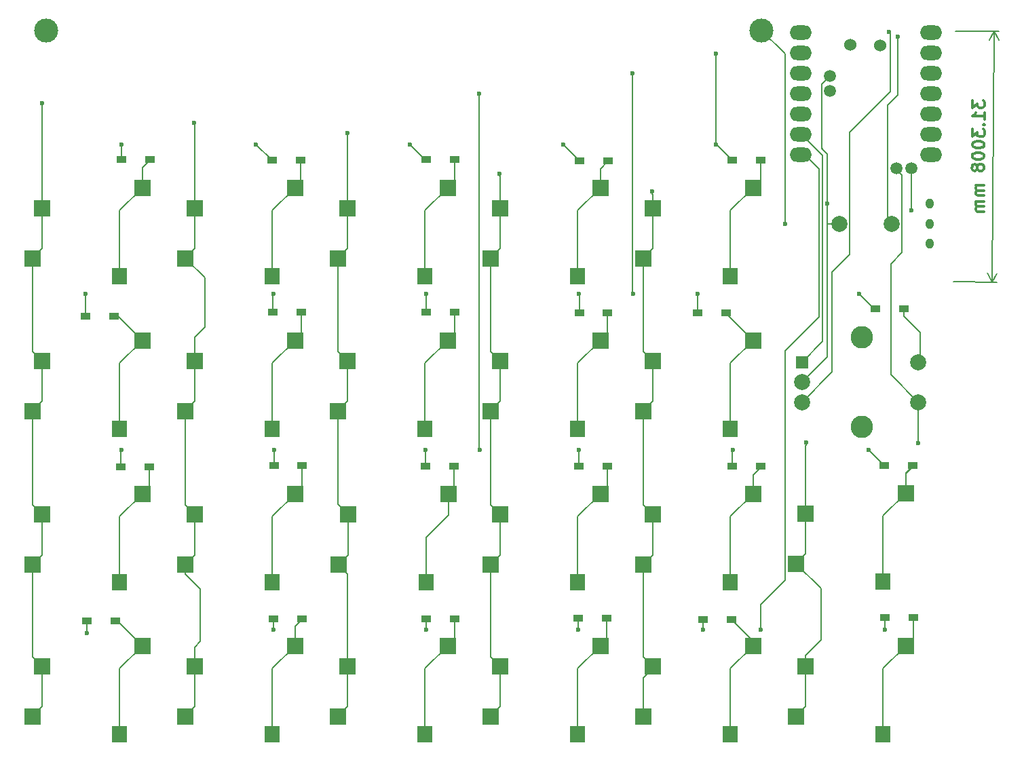
<source format=gbr>
%TF.GenerationSoftware,KiCad,Pcbnew,8.0.7*%
%TF.CreationDate,2025-05-02T22:34:39+09:00*%
%TF.ProjectId,cool642tb_L,636f6f6c-3634-4327-9462-5f4c2e6b6963,rev?*%
%TF.SameCoordinates,Original*%
%TF.FileFunction,Copper,L2,Bot*%
%TF.FilePolarity,Positive*%
%FSLAX46Y46*%
G04 Gerber Fmt 4.6, Leading zero omitted, Abs format (unit mm)*
G04 Created by KiCad (PCBNEW 8.0.7) date 2025-05-02 22:34:39*
%MOMM*%
%LPD*%
G01*
G04 APERTURE LIST*
%ADD10C,0.300000*%
%TA.AperFunction,NonConductor*%
%ADD11C,0.300000*%
%TD*%
%TA.AperFunction,NonConductor*%
%ADD12C,0.200000*%
%TD*%
%TA.AperFunction,SMDPad,CuDef*%
%ADD13R,2.000000X2.000000*%
%TD*%
%TA.AperFunction,SMDPad,CuDef*%
%ADD14R,1.900000X2.000000*%
%TD*%
%TA.AperFunction,SMDPad,CuDef*%
%ADD15R,1.300000X0.950000*%
%TD*%
%TA.AperFunction,ComponentPad*%
%ADD16C,3.000000*%
%TD*%
%TA.AperFunction,ComponentPad*%
%ADD17C,2.000000*%
%TD*%
%TA.AperFunction,ComponentPad*%
%ADD18R,1.500000X1.500000*%
%TD*%
%TA.AperFunction,ComponentPad*%
%ADD19C,2.800000*%
%TD*%
%TA.AperFunction,ComponentPad*%
%ADD20O,1.000000X1.300000*%
%TD*%
%TA.AperFunction,ComponentPad*%
%ADD21O,2.750000X1.800000*%
%TD*%
%TA.AperFunction,ComponentPad*%
%ADD22C,1.500000*%
%TD*%
%TA.AperFunction,ComponentPad*%
%ADD23C,1.524000*%
%TD*%
%TA.AperFunction,ViaPad*%
%ADD24C,0.600000*%
%TD*%
%TA.AperFunction,Conductor*%
%ADD25C,0.200000*%
%TD*%
G04 APERTURE END LIST*
D10*
D11*
X109200871Y15980624D02*
X109194345Y15052076D01*
X109194345Y15052076D02*
X109769274Y15548047D01*
X109769274Y15548047D02*
X109767768Y15333766D01*
X109767768Y15333766D02*
X109838190Y15190411D01*
X109838190Y15190411D02*
X109909115Y15118482D01*
X109909115Y15118482D02*
X110051467Y15046051D01*
X110051467Y15046051D02*
X110408601Y15043541D01*
X110408601Y15043541D02*
X110551956Y15113964D01*
X110551956Y15113964D02*
X110623885Y15184888D01*
X110623885Y15184888D02*
X110696316Y15327240D01*
X110696316Y15327240D02*
X110699328Y15755801D01*
X110699328Y15755801D02*
X110628906Y15899156D01*
X110628906Y15899156D02*
X110557981Y15971085D01*
X110684267Y13612997D02*
X110690291Y14470119D01*
X110687279Y14041558D02*
X109187316Y14052101D01*
X109187316Y14052101D02*
X109402601Y14193448D01*
X109402601Y14193448D02*
X109546459Y14335298D01*
X109546459Y14335298D02*
X109618889Y14477649D01*
X110536895Y12971160D02*
X110607820Y12899231D01*
X110607820Y12899231D02*
X110679749Y12970156D01*
X110679749Y12970156D02*
X110608824Y13042085D01*
X110608824Y13042085D02*
X110536895Y12971160D01*
X110536895Y12971160D02*
X110679749Y12970156D01*
X109175769Y12409284D02*
X109169243Y11480736D01*
X109169243Y11480736D02*
X109744172Y11976707D01*
X109744172Y11976707D02*
X109742665Y11762427D01*
X109742665Y11762427D02*
X109813088Y11619071D01*
X109813088Y11619071D02*
X109884013Y11547142D01*
X109884013Y11547142D02*
X110026364Y11474711D01*
X110026364Y11474711D02*
X110383499Y11472201D01*
X110383499Y11472201D02*
X110526854Y11542624D01*
X110526854Y11542624D02*
X110598783Y11613549D01*
X110598783Y11613549D02*
X110671214Y11755900D01*
X110671214Y11755900D02*
X110674226Y12184461D01*
X110674226Y12184461D02*
X110603803Y12327817D01*
X110603803Y12327817D02*
X110532879Y12399745D01*
X109162716Y10552188D02*
X109161712Y10409334D01*
X109161712Y10409334D02*
X109232135Y10265978D01*
X109232135Y10265978D02*
X109303060Y10194050D01*
X109303060Y10194050D02*
X109445411Y10121619D01*
X109445411Y10121619D02*
X109730616Y10048184D01*
X109730616Y10048184D02*
X110087750Y10045674D01*
X110087750Y10045674D02*
X110373960Y10115092D01*
X110373960Y10115092D02*
X110517315Y10185515D01*
X110517315Y10185515D02*
X110589244Y10256440D01*
X110589244Y10256440D02*
X110661675Y10398791D01*
X110661675Y10398791D02*
X110662679Y10541645D01*
X110662679Y10541645D02*
X110592256Y10685001D01*
X110592256Y10685001D02*
X110521332Y10756929D01*
X110521332Y10756929D02*
X110378980Y10829360D01*
X110378980Y10829360D02*
X110093775Y10902795D01*
X110093775Y10902795D02*
X109736641Y10905305D01*
X109736641Y10905305D02*
X109450432Y10835887D01*
X109450432Y10835887D02*
X109307076Y10765464D01*
X109307076Y10765464D02*
X109235147Y10694539D01*
X109235147Y10694539D02*
X109162716Y10552188D01*
X109152675Y9123652D02*
X109151671Y8980798D01*
X109151671Y8980798D02*
X109222094Y8837443D01*
X109222094Y8837443D02*
X109293019Y8765514D01*
X109293019Y8765514D02*
X109435370Y8693083D01*
X109435370Y8693083D02*
X109720576Y8619648D01*
X109720576Y8619648D02*
X110077710Y8617138D01*
X110077710Y8617138D02*
X110363919Y8686556D01*
X110363919Y8686556D02*
X110507275Y8756979D01*
X110507275Y8756979D02*
X110579203Y8827904D01*
X110579203Y8827904D02*
X110651634Y8970256D01*
X110651634Y8970256D02*
X110652638Y9113109D01*
X110652638Y9113109D02*
X110582216Y9256465D01*
X110582216Y9256465D02*
X110511291Y9328394D01*
X110511291Y9328394D02*
X110368939Y9400825D01*
X110368939Y9400825D02*
X110083734Y9474260D01*
X110083734Y9474260D02*
X109726600Y9476770D01*
X109726600Y9476770D02*
X109440391Y9407351D01*
X109440391Y9407351D02*
X109297035Y9336928D01*
X109297035Y9336928D02*
X109225106Y9266004D01*
X109225106Y9266004D02*
X109152675Y9123652D01*
X109785978Y7762025D02*
X109715555Y7905380D01*
X109715555Y7905380D02*
X109644630Y7977309D01*
X109644630Y7977309D02*
X109502279Y8049740D01*
X109502279Y8049740D02*
X109430852Y8050242D01*
X109430852Y8050242D02*
X109287496Y7979819D01*
X109287496Y7979819D02*
X109215568Y7908895D01*
X109215568Y7908895D02*
X109143137Y7766543D01*
X109143137Y7766543D02*
X109141128Y7480836D01*
X109141128Y7480836D02*
X109211551Y7337480D01*
X109211551Y7337480D02*
X109282476Y7265551D01*
X109282476Y7265551D02*
X109424828Y7193120D01*
X109424828Y7193120D02*
X109496254Y7192618D01*
X109496254Y7192618D02*
X109639610Y7263041D01*
X109639610Y7263041D02*
X109711539Y7333966D01*
X109711539Y7333966D02*
X109783970Y7476318D01*
X109783970Y7476318D02*
X109785978Y7762025D01*
X109785978Y7762025D02*
X109858409Y7904376D01*
X109858409Y7904376D02*
X109930338Y7975301D01*
X109930338Y7975301D02*
X110073693Y8045724D01*
X110073693Y8045724D02*
X110359401Y8043716D01*
X110359401Y8043716D02*
X110501752Y7971285D01*
X110501752Y7971285D02*
X110572677Y7899356D01*
X110572677Y7899356D02*
X110643100Y7756000D01*
X110643100Y7756000D02*
X110641091Y7470293D01*
X110641091Y7470293D02*
X110568661Y7327941D01*
X110568661Y7327941D02*
X110496732Y7257017D01*
X110496732Y7257017D02*
X110353376Y7186594D01*
X110353376Y7186594D02*
X110067669Y7188602D01*
X110067669Y7188602D02*
X109925317Y7261033D01*
X109925317Y7261033D02*
X109854392Y7332962D01*
X109854392Y7332962D02*
X109783970Y7476318D01*
X110626532Y5398916D02*
X109626557Y5405945D01*
X109769411Y5404941D02*
X109697482Y5334016D01*
X109697482Y5334016D02*
X109625051Y5191664D01*
X109625051Y5191664D02*
X109623545Y4977384D01*
X109623545Y4977384D02*
X109693967Y4834028D01*
X109693967Y4834028D02*
X109836319Y4761597D01*
X109836319Y4761597D02*
X110622014Y4756075D01*
X109836319Y4761597D02*
X109692963Y4691175D01*
X109692963Y4691175D02*
X109620532Y4548823D01*
X109620532Y4548823D02*
X109619026Y4334543D01*
X109619026Y4334543D02*
X109689449Y4191187D01*
X109689449Y4191187D02*
X109831801Y4118756D01*
X109831801Y4118756D02*
X110617496Y4113234D01*
X110612475Y3398966D02*
X109612500Y3405994D01*
X109755353Y3404990D02*
X109683425Y3334065D01*
X109683425Y3334065D02*
X109610994Y3191714D01*
X109610994Y3191714D02*
X109609488Y2977433D01*
X109609488Y2977433D02*
X109679910Y2834078D01*
X109679910Y2834078D02*
X109822262Y2761647D01*
X109822262Y2761647D02*
X110607957Y2756124D01*
X109822262Y2761647D02*
X109678906Y2691224D01*
X109678906Y2691224D02*
X109606475Y2548872D01*
X109606475Y2548872D02*
X109604969Y2334592D01*
X109604969Y2334592D02*
X109675392Y2191236D01*
X109675392Y2191236D02*
X109817743Y2118806D01*
X109817743Y2118806D02*
X110603438Y2113283D01*
D12*
X107029988Y24646486D02*
X112469685Y24608252D01*
X106809988Y-6653514D02*
X112249685Y-6691748D01*
X111883279Y24612373D02*
X111663279Y-6687627D01*
X111883279Y24612373D02*
X111663279Y-6687627D01*
X111883279Y24612373D02*
X112461768Y23481775D01*
X111883279Y24612373D02*
X111288955Y23490019D01*
X111663279Y-6687627D02*
X111084790Y-5557029D01*
X111663279Y-6687627D02*
X112257603Y-5565273D01*
D13*
%TO.P,SW14,1,1*%
%TO.N,Col3*%
X49050000Y-22750000D03*
X50250000Y-16510000D03*
D14*
%TO.P,SW14,2,2*%
%TO.N,Net-(D14-A)*%
X59950000Y-24950000D03*
D13*
X62750000Y-13970000D03*
%TD*%
D15*
%TO.P,D3,1,K*%
%TO.N,Row2*%
X2925000Y-29720000D03*
%TO.P,D3,2,A*%
%TO.N,Net-(D3-A)*%
X6475000Y-29720000D03*
%TD*%
D16*
%TO.P,B1,1,+*%
%TO.N,Bat*%
X-6400000Y24710000D03*
%TO.P,B1,2,-*%
%TO.N,Net-(B1--)*%
X82870000Y24750000D03*
%TD*%
D13*
%TO.P,SW18,1,1*%
%TO.N,Col4*%
X68100000Y-22750000D03*
X69300000Y-16510000D03*
D14*
%TO.P,SW18,2,2*%
%TO.N,Net-(D18-A)*%
X79000000Y-24950000D03*
D13*
X81800000Y-13970000D03*
%TD*%
D15*
%TO.P,D13,1,K*%
%TO.N,Row0*%
X60205000Y8480000D03*
%TO.P,D13,2,A*%
%TO.N,Net-(D13-A)*%
X63755000Y8480000D03*
%TD*%
D13*
%TO.P,SW12,1,1*%
%TO.N,Col2*%
X30000000Y-60850000D03*
X31200000Y-54610000D03*
D14*
%TO.P,SW12,2,2*%
%TO.N,Net-(D12-A)*%
X40900000Y-63050000D03*
D13*
X43700000Y-52070000D03*
%TD*%
%TO.P,SW23,1,1*%
%TO.N,Col5*%
X87150000Y-60850000D03*
X88350000Y-54610000D03*
D14*
%TO.P,SW23,2,2*%
%TO.N,Net-(D23-A)*%
X98050000Y-63050000D03*
D13*
X100850000Y-52070000D03*
%TD*%
D15*
%TO.P,D10,1,K*%
%TO.N,Row1*%
X41035000Y-10420000D03*
%TO.P,D10,2,A*%
%TO.N,Net-(D10-A)*%
X44585000Y-10420000D03*
%TD*%
%TO.P,D19,1,K*%
%TO.N,Row2*%
X79225000Y-29630000D03*
%TO.P,D19,2,A*%
%TO.N,Net-(D19-A)*%
X82775000Y-29630000D03*
%TD*%
D17*
%TO.P,SW25,1,1*%
%TO.N,RST*%
X99100000Y560000D03*
%TO.P,SW25,2,2*%
%TO.N,GND*%
X92600000Y560000D03*
%TD*%
D15*
%TO.P,D16,1,K*%
%TO.N,Row3*%
X59995000Y-48600000D03*
%TO.P,D16,2,A*%
%TO.N,Net-(D16-A)*%
X63545000Y-48600000D03*
%TD*%
D13*
%TO.P,SW19,1,1*%
%TO.N,Col4*%
X68100000Y-41900000D03*
X69300000Y-35660000D03*
D14*
%TO.P,SW19,2,2*%
%TO.N,Net-(D19-A)*%
X79000000Y-44100000D03*
D13*
X81800000Y-33120000D03*
%TD*%
%TO.P,SW1,1,1*%
%TO.N,Col0*%
X-8100000Y-3700000D03*
X-6900000Y2540000D03*
D14*
%TO.P,SW1,2,2*%
%TO.N,Net-(D1-A)*%
X2800000Y-5900000D03*
D13*
X5600000Y5080000D03*
%TD*%
%TO.P,SW13,1,1*%
%TO.N,Col3*%
X49050000Y-3700000D03*
X50250000Y2540000D03*
D14*
%TO.P,SW13,2,2*%
%TO.N,Net-(D13-A)*%
X59950000Y-5900000D03*
D13*
X62750000Y5080000D03*
%TD*%
D15*
%TO.P,D7,1,K*%
%TO.N,Row2*%
X22025000Y-29570000D03*
%TO.P,D7,2,A*%
%TO.N,Net-(D7-A)*%
X25575000Y-29570000D03*
%TD*%
%TO.P,D21,1,K*%
%TO.N,Row1*%
X97060000Y-10040000D03*
%TO.P,D21,2,A*%
%TO.N,Net-(D21-A)*%
X100610000Y-10040000D03*
%TD*%
D13*
%TO.P,SW10,1,1*%
%TO.N,Col2*%
X30000000Y-22750000D03*
X31200000Y-16510000D03*
D14*
%TO.P,SW10,2,2*%
%TO.N,Net-(D10-A)*%
X40900000Y-24950000D03*
D13*
X43700000Y-13970000D03*
%TD*%
D15*
%TO.P,D14,1,K*%
%TO.N,Row1*%
X60125000Y-10490000D03*
%TO.P,D14,2,A*%
%TO.N,Net-(D14-A)*%
X63675000Y-10490000D03*
%TD*%
%TO.P,D18,1,K*%
%TO.N,Row1*%
X74890000Y-10550000D03*
%TO.P,D18,2,A*%
%TO.N,Net-(D18-A)*%
X78440000Y-10550000D03*
%TD*%
%TO.P,D5,1,K*%
%TO.N,Row0*%
X21805000Y8520000D03*
%TO.P,D5,2,A*%
%TO.N,Net-(D5-A)*%
X25355000Y8520000D03*
%TD*%
D13*
%TO.P,SW9,1,1*%
%TO.N,Col2*%
X30000000Y-3700000D03*
X31200000Y2540000D03*
D14*
%TO.P,SW9,2,2*%
%TO.N,Net-(D9-A)*%
X40900000Y-5900000D03*
D13*
X43700000Y5080000D03*
%TD*%
%TO.P,SW15,1,1*%
%TO.N,Col3*%
X49050000Y-41900000D03*
X50250000Y-35660000D03*
D14*
%TO.P,SW15,2,2*%
%TO.N,Net-(D15-A)*%
X59950000Y-44100000D03*
D13*
X62750000Y-33120000D03*
%TD*%
%TO.P,SW11,1,1*%
%TO.N,Col2*%
X30100000Y-41900000D03*
X31300000Y-35660000D03*
D14*
%TO.P,SW11,2,2*%
%TO.N,Net-(D11-A)*%
X41000000Y-44100000D03*
D13*
X43800000Y-33120000D03*
%TD*%
%TO.P,SW5,1,1*%
%TO.N,Col1*%
X10950000Y-3700000D03*
X12150000Y2540000D03*
D14*
%TO.P,SW5,2,2*%
%TO.N,Net-(D5-A)*%
X21850000Y-5900000D03*
D13*
X24650000Y5080000D03*
%TD*%
D15*
%TO.P,D9,1,K*%
%TO.N,Row0*%
X41045000Y8610000D03*
%TO.P,D9,2,A*%
%TO.N,Net-(D9-A)*%
X44595000Y8610000D03*
%TD*%
%TO.P,D8,1,K*%
%TO.N,Row3*%
X21955000Y-48670000D03*
%TO.P,D8,2,A*%
%TO.N,Net-(D8-A)*%
X25505000Y-48670000D03*
%TD*%
D13*
%TO.P,SW4,1,1*%
%TO.N,Col0*%
X-8100000Y-60850000D03*
X-6900000Y-54610000D03*
D14*
%TO.P,SW4,2,2*%
%TO.N,Net-(D4-A)*%
X2800000Y-63050000D03*
D13*
X5600000Y-52070000D03*
%TD*%
%TO.P,SW17,1,1*%
%TO.N,Col4*%
X68100000Y-3700000D03*
X69300000Y2540000D03*
D14*
%TO.P,SW17,2,2*%
%TO.N,Net-(D17-A)*%
X79000000Y-5900000D03*
D13*
X81800000Y5080000D03*
%TD*%
D15*
%TO.P,D23,1,K*%
%TO.N,Row3*%
X98305000Y-48510000D03*
%TO.P,D23,2,A*%
%TO.N,Net-(D23-A)*%
X101855000Y-48510000D03*
%TD*%
D13*
%TO.P,SW22,1,1*%
%TO.N,Col5*%
X87150000Y-41800000D03*
X88350000Y-35560000D03*
D14*
%TO.P,SW22,2,2*%
%TO.N,Net-(D22-A)*%
X98050000Y-44000000D03*
D13*
X100850000Y-33020000D03*
%TD*%
D15*
%TO.P,D11,1,K*%
%TO.N,Row2*%
X40935000Y-29650000D03*
%TO.P,D11,2,A*%
%TO.N,Net-(D11-A)*%
X44485000Y-29650000D03*
%TD*%
D13*
%TO.P,SW6,1,1*%
%TO.N,Col1*%
X10950000Y-22750000D03*
X12150000Y-16510000D03*
D14*
%TO.P,SW6,2,2*%
%TO.N,Net-(D6-A)*%
X21850000Y-24950000D03*
D13*
X24650000Y-13970000D03*
%TD*%
D18*
%TO.P,SW21,A,A*%
%TO.N,RE_A1*%
X87900000Y-16660000D03*
D17*
%TO.P,SW21,B,B*%
%TO.N,RE_B*%
X87900000Y-21660000D03*
%TO.P,SW21,C,C*%
%TO.N,GND*%
X87900000Y-19160000D03*
D19*
%TO.P,SW21,MP*%
%TO.N,N/C*%
X95400000Y-13560000D03*
X95400000Y-24760000D03*
D17*
%TO.P,SW21,S1*%
X102400000Y-16660000D03*
%TO.P,SW21,S2*%
X102400000Y-21660000D03*
%TD*%
D13*
%TO.P,SW3,1,1*%
%TO.N,Col0*%
X-8100000Y-41900000D03*
X-6900000Y-35660000D03*
D14*
%TO.P,SW3,2,2*%
%TO.N,Net-(D3-A)*%
X2800000Y-44100000D03*
D13*
X5600000Y-33120000D03*
%TD*%
D15*
%TO.P,D6,1,K*%
%TO.N,Row1*%
X21925000Y-10420000D03*
%TO.P,D6,2,A*%
%TO.N,Net-(D6-A)*%
X25475000Y-10420000D03*
%TD*%
D13*
%TO.P,SW2,1,1*%
%TO.N,Col0*%
X-8100000Y-22750000D03*
X-6900000Y-16510000D03*
D14*
%TO.P,SW2,2,2*%
%TO.N,Net-(D2-A)*%
X2800000Y-24950000D03*
D13*
X5600000Y-13970000D03*
%TD*%
%TO.P,SW16,1,1*%
%TO.N,Col3*%
X49050000Y-60850000D03*
X50250000Y-54610000D03*
D14*
%TO.P,SW16,2,2*%
%TO.N,Net-(D16-A)*%
X59950000Y-63050000D03*
D13*
X62750000Y-52070000D03*
%TD*%
D20*
%TO.P,SW24,1,A*%
%TO.N,GND*%
X103840000Y3104000D03*
%TO.P,SW24,2,B*%
%TO.N,Net-(B1--)*%
X103840000Y604000D03*
%TO.P,SW24,3,C*%
%TO.N,unconnected-(SW24-C-Pad3)*%
X103840000Y-1896000D03*
%TD*%
D15*
%TO.P,D15,1,K*%
%TO.N,Row2*%
X60075000Y-29620000D03*
%TO.P,D15,2,A*%
%TO.N,Net-(D15-A)*%
X63625000Y-29620000D03*
%TD*%
D13*
%TO.P,SW8,1,1*%
%TO.N,Col1*%
X10950000Y-60850000D03*
X12150000Y-54610000D03*
D14*
%TO.P,SW8,2,2*%
%TO.N,Net-(D8-A)*%
X21850000Y-63050000D03*
D13*
X24650000Y-52070000D03*
%TD*%
D15*
%TO.P,D2,1,K*%
%TO.N,Row1*%
X-1465000Y-10920000D03*
%TO.P,D2,2,A*%
%TO.N,Net-(D2-A)*%
X2085000Y-10920000D03*
%TD*%
%TO.P,D12,1,K*%
%TO.N,Row3*%
X41025000Y-48690000D03*
%TO.P,D12,2,A*%
%TO.N,Net-(D12-A)*%
X44575000Y-48690000D03*
%TD*%
%TO.P,D4,1,K*%
%TO.N,Row3*%
X-1265000Y-48970000D03*
%TO.P,D4,2,A*%
%TO.N,Net-(D4-A)*%
X2285000Y-48970000D03*
%TD*%
%TO.P,D1,1,K*%
%TO.N,Row0*%
X2995000Y8650000D03*
%TO.P,D1,2,A*%
%TO.N,Net-(D1-A)*%
X6545000Y8650000D03*
%TD*%
%TO.P,D17,1,K*%
%TO.N,Row0*%
X79230000Y8510000D03*
%TO.P,D17,2,A*%
%TO.N,Net-(D17-A)*%
X82780000Y8510000D03*
%TD*%
D13*
%TO.P,SW7,1,1*%
%TO.N,Col1*%
X10950000Y-41900000D03*
X12150000Y-35660000D03*
D14*
%TO.P,SW7,2,2*%
%TO.N,Net-(D7-A)*%
X21850000Y-44100000D03*
D13*
X24650000Y-33120000D03*
%TD*%
D21*
%TO.P,U1,1,P0.02_A0_D0*%
%TO.N,RE_B*%
X87740000Y24450000D03*
%TO.P,U1,2,P0.03_A1_D1*%
%TO.N,Row0*%
X87740000Y21910000D03*
%TO.P,U1,3,P0.28_A2_D2*%
%TO.N,Row1*%
X87740000Y19370000D03*
%TO.P,U1,4,P0.29_A3_D3*%
%TO.N,Row2*%
X87740000Y16830000D03*
%TO.P,U1,5,P0.04_A4_D4_SDA*%
%TO.N,unconnected-(U1-P0.04_A4_D4_SDA-Pad5)*%
X87740000Y14290000D03*
%TO.P,U1,6,P0.05_A5_D5_SCL*%
%TO.N,RE_A1*%
X87740000Y11750000D03*
%TO.P,U1,7,P1.11_D6_TX*%
%TO.N,Row3*%
X87740000Y9210000D03*
%TO.P,U1,8,P1.12_D7_RX*%
%TO.N,Col3*%
X103980000Y9210000D03*
%TO.P,U1,9,P1.13_D8_SCK*%
%TO.N,Col2*%
X103980000Y11750000D03*
%TO.P,U1,10,P1.14_D9_MISO*%
%TO.N,Col1*%
X103980000Y14290000D03*
%TO.P,U1,11,P1.15_D10_MOSI*%
%TO.N,Col0*%
X103980000Y16830000D03*
%TO.P,U1,12,3V3*%
%TO.N,unconnected-(U1-3V3-Pad12)*%
X103980000Y19370000D03*
%TO.P,U1,13,GND*%
%TO.N,GND*%
X103980000Y21910000D03*
%TO.P,U1,14,5V*%
%TO.N,VCC*%
X103980000Y24450000D03*
D22*
%TO.P,U1,15,NFC1_0.09*%
%TO.N,Col5*%
X99695400Y7518000D03*
%TO.P,U1,16,NFC2_0.10*%
%TO.N,Col4*%
X101575000Y7518000D03*
%TO.P,U1,20,BATT+*%
%TO.N,Bat*%
X91415000Y17147000D03*
%TO.P,U1,21,BATT-*%
%TO.N,GND*%
X91415000Y19052000D03*
D23*
%TO.P,U1,22,RST*%
%TO.N,RST*%
X93980000Y22900000D03*
%TO.P,U1,23,GND*%
%TO.N,GND*%
X97700000Y22840000D03*
%TD*%
D13*
%TO.P,SW20,1,1*%
%TO.N,Col4*%
X68100000Y-60850000D03*
X69300000Y-54610000D03*
D14*
%TO.P,SW20,2,2*%
%TO.N,Net-(D20-A)*%
X79000000Y-63050000D03*
D13*
X81800000Y-52070000D03*
%TD*%
D15*
%TO.P,D22,1,K*%
%TO.N,Row2*%
X98205000Y-29600000D03*
%TO.P,D22,2,A*%
%TO.N,Net-(D22-A)*%
X101755000Y-29600000D03*
%TD*%
%TO.P,D20,1,K*%
%TO.N,Row3*%
X75575000Y-48810000D03*
%TO.P,D20,2,A*%
%TO.N,Net-(D20-A)*%
X79125000Y-48810000D03*
%TD*%
D24*
%TO.N,RST*%
X99850000Y23950000D03*
%TO.N,RE_B*%
X98810000Y24502000D03*
%TO.N,Net-(B1--)*%
X85820000Y570000D03*
%TO.N,Row0*%
X19800000Y10500000D03*
X3000000Y10500000D03*
X39010000Y10500000D03*
X77210000Y10500000D03*
X77140000Y21790000D03*
X58160000Y10500000D03*
%TO.N,Row1*%
X-1480000Y-8140000D03*
X60100000Y-8140000D03*
X22000000Y-8140000D03*
X95020000Y-8140000D03*
X66870000Y-8140000D03*
X74890000Y-8110000D03*
X66800000Y19400000D03*
X41010000Y-8140000D03*
%TO.N,Row2*%
X40940000Y-27590000D03*
X96220000Y-27590000D03*
X60080000Y-27590000D03*
X3000000Y-27590000D03*
X79260000Y-27590000D03*
X22030000Y-27590000D03*
X47740000Y-27590000D03*
X47670000Y16810000D03*
%TO.N,Row3*%
X82750000Y-50040000D03*
X60020000Y-50040000D03*
X22010000Y-50040000D03*
X-1290000Y-50470000D03*
X41040000Y-50040000D03*
X75570000Y-50040000D03*
X98300000Y-50060000D03*
%TO.N,Col0*%
X-6880000Y15660000D03*
%TO.N,Col1*%
X12040000Y13160000D03*
%TO.N,Col2*%
X31170000Y11920000D03*
%TO.N,Col3*%
X50170000Y6870000D03*
%TO.N,Col4*%
X69220000Y4620000D03*
X101600000Y2240000D03*
%TO.N,Col5*%
X88400000Y-26700000D03*
X102400000Y-26770000D03*
%TO.N,GND*%
X91050000Y3090000D03*
%TD*%
D25*
%TO.N,RE_B*%
X87900000Y-21660000D02*
X91680000Y-17880000D01*
X98926619Y24385381D02*
X98810000Y24502000D01*
X91680000Y-17880000D02*
X91680000Y-5430000D01*
X91680000Y-5430000D02*
X93900000Y-3210000D01*
X93900000Y-3210000D02*
X93900000Y12038482D01*
X93900000Y12038482D02*
X98926619Y17065101D01*
X98926619Y17065101D02*
X98926619Y24385381D01*
%TO.N,GND*%
X91050000Y320000D02*
X91050000Y560000D01*
X91050000Y560000D02*
X91050000Y3090000D01*
X92600000Y560000D02*
X91050000Y560000D01*
%TO.N,Col5*%
X98995400Y-18255400D02*
X98995400Y-4400000D01*
X99695400Y7518000D02*
X99695400Y7355400D01*
X99695400Y7355400D02*
X100400000Y6650800D01*
X100400000Y6650800D02*
X100400000Y-2995400D01*
X100400000Y-2995400D02*
X98995400Y-4400000D01*
%TO.N,RST*%
X99850000Y23950000D02*
X99850000Y16650000D01*
X99850000Y16650000D02*
X98595400Y15395400D01*
X98595400Y15395400D02*
X98595400Y560000D01*
%TO.N,Net-(B1--)*%
X85813500Y21806500D02*
X85813500Y576500D01*
X82870000Y24750000D02*
X85813500Y21806500D01*
X85813500Y576500D02*
X85820000Y570000D01*
%TO.N,Net-(D1-A)*%
X6545000Y8650000D02*
X6545000Y8535000D01*
X2800000Y2280000D02*
X5600000Y5080000D01*
X5600000Y7590000D02*
X5600000Y5080000D01*
X6545000Y8535000D02*
X5600000Y7590000D01*
X2800000Y-5900000D02*
X2800000Y2280000D01*
%TO.N,Row0*%
X21805000Y8520000D02*
X21780000Y8520000D01*
X41045000Y8610000D02*
X40900000Y8610000D01*
X79230000Y8510000D02*
X77240000Y10500000D01*
X77180000Y21750000D02*
X77140000Y21790000D01*
X2995000Y8650000D02*
X2995000Y10495000D01*
X2995000Y10495000D02*
X3000000Y10500000D01*
X77180000Y10530000D02*
X77210000Y10500000D01*
X40900000Y8610000D02*
X39010000Y10500000D01*
X21780000Y8520000D02*
X19800000Y10500000D01*
X60205000Y8480000D02*
X60180000Y8480000D01*
X77180000Y19140000D02*
X77180000Y21750000D01*
X60180000Y8480000D02*
X58160000Y10500000D01*
X77180000Y19140000D02*
X77180000Y10530000D01*
X77240000Y10500000D02*
X77210000Y10500000D01*
%TO.N,Net-(D2-A)*%
X2800000Y-16770000D02*
X5600000Y-13970000D01*
X2800000Y-24950000D02*
X2800000Y-16770000D01*
X2085000Y-10920000D02*
X2550000Y-10920000D01*
X2550000Y-10920000D02*
X5600000Y-13970000D01*
%TO.N,Row1*%
X41035000Y-10420000D02*
X41035000Y-8165000D01*
X97060000Y-10040000D02*
X96920000Y-10040000D01*
X21925000Y-10420000D02*
X21925000Y-8215000D01*
X66800000Y19400000D02*
X66800000Y-8070000D01*
X60125000Y-10490000D02*
X60125000Y-8165000D01*
X74890000Y-10550000D02*
X74890000Y-8110000D01*
X21925000Y-8215000D02*
X22000000Y-8140000D01*
X-1465000Y-10920000D02*
X-1465000Y-8155000D01*
X-1465000Y-8155000D02*
X-1480000Y-8140000D01*
X60125000Y-8165000D02*
X60100000Y-8140000D01*
X41035000Y-8165000D02*
X41010000Y-8140000D01*
X96920000Y-10040000D02*
X95020000Y-8140000D01*
X66800000Y-8070000D02*
X66870000Y-8140000D01*
%TO.N,Net-(D3-A)*%
X6475000Y-32245000D02*
X5600000Y-33120000D01*
X2800000Y-35920000D02*
X5600000Y-33120000D01*
X6475000Y-29720000D02*
X6475000Y-32245000D01*
X2800000Y-44100000D02*
X2800000Y-35920000D01*
%TO.N,Row2*%
X40935000Y-29650000D02*
X40935000Y-27595000D01*
X98205000Y-29575000D02*
X96220000Y-27590000D01*
X60075000Y-27595000D02*
X60080000Y-27590000D01*
X47650000Y13890000D02*
X47650000Y-27500000D01*
X79225000Y-27625000D02*
X79260000Y-27590000D01*
X47650000Y-27500000D02*
X47740000Y-27590000D01*
X22025000Y-27595000D02*
X22030000Y-27590000D01*
X22025000Y-29570000D02*
X22025000Y-27595000D01*
X47670000Y16810000D02*
X47670000Y13910000D01*
X79225000Y-29630000D02*
X79225000Y-27625000D01*
X60075000Y-29620000D02*
X60075000Y-27595000D01*
X2925000Y-29720000D02*
X2925000Y-27665000D01*
X47670000Y13910000D02*
X47650000Y13890000D01*
X40935000Y-27595000D02*
X40940000Y-27590000D01*
X2925000Y-27665000D02*
X3000000Y-27590000D01*
X98205000Y-29600000D02*
X98205000Y-29575000D01*
%TO.N,Net-(D4-A)*%
X2800000Y-54870000D02*
X5600000Y-52070000D01*
X2800000Y-63050000D02*
X2800000Y-54870000D01*
X2285000Y-48970000D02*
X2500000Y-48970000D01*
X2500000Y-48970000D02*
X5600000Y-52070000D01*
X5600000Y-52070000D02*
X5600000Y-51670000D01*
%TO.N,Row3*%
X21955000Y-49985000D02*
X22010000Y-50040000D01*
X98305000Y-48510000D02*
X98305000Y-50055000D01*
X90050000Y7400000D02*
X90050000Y4420000D01*
X75575000Y-48810000D02*
X75575000Y-50035000D01*
X82750000Y-46934004D02*
X82750000Y-50040000D01*
X85850000Y-43834004D02*
X82750000Y-46934004D01*
X59995000Y-50015000D02*
X60020000Y-50040000D01*
X85850000Y-15260000D02*
X85850000Y-43834004D01*
X41025000Y-50025000D02*
X41040000Y-50040000D01*
X21955000Y-48670000D02*
X21955000Y-49985000D01*
X41025000Y-48690000D02*
X41025000Y-50025000D01*
X88240000Y9210000D02*
X90050000Y7400000D01*
X75575000Y-50035000D02*
X75570000Y-50040000D01*
X98305000Y-50055000D02*
X98300000Y-50060000D01*
X59995000Y-48600000D02*
X59995000Y-50015000D01*
X90050000Y-11060000D02*
X85850000Y-15260000D01*
X-1265000Y-50445000D02*
X-1290000Y-50470000D01*
X90050000Y4420000D02*
X90050000Y-11060000D01*
X-1265000Y-48970000D02*
X-1265000Y-50445000D01*
%TO.N,Net-(D5-A)*%
X24650000Y5080000D02*
X21850000Y2280000D01*
X25355000Y8520000D02*
X25355000Y5785000D01*
X25355000Y5785000D02*
X24650000Y5080000D01*
X21850000Y2280000D02*
X21850000Y-5900000D01*
%TO.N,Net-(D6-A)*%
X25475000Y-13145000D02*
X24650000Y-13970000D01*
X21850000Y-16770000D02*
X24650000Y-13970000D01*
X21850000Y-24950000D02*
X21850000Y-16770000D01*
X25475000Y-10420000D02*
X25475000Y-13145000D01*
%TO.N,Net-(D7-A)*%
X21850000Y-35920000D02*
X24650000Y-33120000D01*
X25575000Y-29570000D02*
X25575000Y-32195000D01*
X21850000Y-44100000D02*
X21850000Y-35920000D01*
X25575000Y-32195000D02*
X24650000Y-33120000D01*
%TO.N,Net-(D8-A)*%
X21850000Y-63050000D02*
X21850000Y-54870000D01*
X21850000Y-54870000D02*
X24650000Y-52070000D01*
X24650000Y-49640000D02*
X24650000Y-52070000D01*
X25505000Y-48670000D02*
X25505000Y-48785000D01*
X25505000Y-48785000D02*
X24650000Y-49640000D01*
%TO.N,Net-(D9-A)*%
X40900000Y2280000D02*
X43700000Y5080000D01*
X44595000Y5975000D02*
X43700000Y5080000D01*
X44595000Y8610000D02*
X44595000Y5975000D01*
X40900000Y-5900000D02*
X40900000Y2280000D01*
%TO.N,Net-(D10-A)*%
X44585000Y-13085000D02*
X43700000Y-13970000D01*
X40900000Y-16770000D02*
X43700000Y-13970000D01*
X44585000Y-10420000D02*
X44585000Y-13085000D01*
X40900000Y-24950000D02*
X40900000Y-16770000D01*
%TO.N,Net-(D11-A)*%
X44485000Y-32435000D02*
X43800000Y-33120000D01*
X41000000Y-38556497D02*
X43800000Y-35756497D01*
X44485000Y-29650000D02*
X44485000Y-32435000D01*
X41000000Y-44100000D02*
X41000000Y-38556497D01*
X43800000Y-35756497D02*
X43800000Y-33120000D01*
%TO.N,Net-(D12-A)*%
X40900000Y-54870000D02*
X43700000Y-52070000D01*
X44575000Y-48690000D02*
X44575000Y-51195000D01*
X44575000Y-51195000D02*
X43700000Y-52070000D01*
X40900000Y-63050000D02*
X40900000Y-54870000D01*
%TO.N,Net-(D13-A)*%
X62750000Y5080000D02*
X62750000Y7475000D01*
X59950000Y2280000D02*
X62750000Y5080000D01*
X62750000Y7475000D02*
X63755000Y8480000D01*
X59950000Y-5900000D02*
X59950000Y2280000D01*
%TO.N,Net-(D14-A)*%
X63675000Y-10490000D02*
X63675000Y-13045000D01*
X59950000Y-16770000D02*
X62750000Y-13970000D01*
X63675000Y-13045000D02*
X62750000Y-13970000D01*
X59950000Y-24950000D02*
X59950000Y-16770000D01*
%TO.N,Net-(D15-A)*%
X59950000Y-44100000D02*
X59950000Y-35920000D01*
X63625000Y-29620000D02*
X63625000Y-32245000D01*
X59950000Y-35920000D02*
X62750000Y-33120000D01*
X63625000Y-32245000D02*
X62750000Y-33120000D01*
%TO.N,Net-(D16-A)*%
X59950000Y-63050000D02*
X59950000Y-54870000D01*
X59950000Y-54870000D02*
X62750000Y-52070000D01*
X63545000Y-48600000D02*
X63545000Y-51275000D01*
X63545000Y-51275000D02*
X62750000Y-52070000D01*
%TO.N,Net-(D17-A)*%
X79000000Y-5900000D02*
X79000000Y2280000D01*
X82780000Y6060000D02*
X81800000Y5080000D01*
X79000000Y2280000D02*
X81800000Y5080000D01*
X82780000Y8510000D02*
X82780000Y6060000D01*
%TO.N,Net-(D18-A)*%
X78440000Y-10550000D02*
X78440000Y-10610000D01*
X79000000Y-16770000D02*
X81800000Y-13970000D01*
X79000000Y-24950000D02*
X79000000Y-16770000D01*
X78440000Y-10610000D02*
X81800000Y-13970000D01*
%TO.N,Net-(D19-A)*%
X82775000Y-29630000D02*
X82775000Y-29795000D01*
X79000000Y-35920000D02*
X81800000Y-33120000D01*
X79000000Y-44100000D02*
X79000000Y-35920000D01*
X82775000Y-29795000D02*
X81800000Y-30770000D01*
X81800000Y-30770000D02*
X81800000Y-33120000D01*
%TO.N,Net-(D20-A)*%
X79000000Y-54870000D02*
X81800000Y-52070000D01*
X81800000Y-51485000D02*
X81800000Y-52070000D01*
X79125000Y-48810000D02*
X81800000Y-51485000D01*
X79000000Y-63050000D02*
X79000000Y-54870000D01*
%TO.N,Net-(D21-A)*%
X100610000Y-10905000D02*
X102645000Y-12940000D01*
X102645000Y-16415000D02*
X102400000Y-16660000D01*
X102645000Y-12940000D02*
X102645000Y-16415000D01*
X100610000Y-10040000D02*
X100610000Y-10905000D01*
%TO.N,Col0*%
X-6900000Y-54610000D02*
X-6900000Y-59650000D01*
X-8100000Y-53410000D02*
X-6900000Y-54610000D01*
X-6900000Y-40700000D02*
X-8100000Y-41900000D01*
X-6900000Y2540000D02*
X-6900000Y15640000D01*
X-6900000Y-59650000D02*
X-8100000Y-60850000D01*
X-6900000Y-2500000D02*
X-8100000Y-3700000D01*
X-8100000Y-3700000D02*
X-8100000Y-15310000D01*
X-8100000Y-41900000D02*
X-8100000Y-53410000D01*
X-6900000Y15640000D02*
X-6880000Y15660000D01*
X-8100000Y-34460000D02*
X-6900000Y-35660000D01*
X-6900000Y2540000D02*
X-6900000Y-2500000D01*
X-8100000Y-15310000D02*
X-6900000Y-16510000D01*
X-6900000Y-16510000D02*
X-6900000Y-21550000D01*
X-6900000Y-21550000D02*
X-8100000Y-22750000D01*
X-8100000Y-22750000D02*
X-8100000Y-34460000D01*
X-6900000Y-35660000D02*
X-6900000Y-40700000D01*
%TO.N,Col1*%
X12150000Y-35660000D02*
X12150000Y-40700000D01*
X12150000Y-40700000D02*
X10950000Y-41900000D01*
X10950000Y-34460000D02*
X12150000Y-35660000D01*
X13400000Y-12290000D02*
X12150000Y-13540000D01*
X12150000Y13050000D02*
X12150000Y2540000D01*
X12150000Y-52220000D02*
X12150000Y-54610000D01*
X12150000Y-16510000D02*
X12150000Y-21550000D01*
X13400000Y-6150000D02*
X13400000Y-12290000D01*
X10950000Y-41900000D02*
X10950000Y-43090000D01*
X10950000Y-22750000D02*
X10950000Y-34460000D01*
X12150000Y-54610000D02*
X12150000Y-59650000D01*
X12840000Y-45100000D02*
X12840000Y-51530000D01*
X12820000Y-44960000D02*
X12820000Y-45080000D01*
X12150000Y-2500000D02*
X10950000Y-3700000D01*
X10950000Y-3700000D02*
X13400000Y-6150000D01*
X12150000Y2540000D02*
X12150000Y-2500000D01*
X12820000Y-45080000D02*
X12840000Y-45100000D01*
X12150000Y-21550000D02*
X10950000Y-22750000D01*
X12040000Y13160000D02*
X12150000Y13050000D01*
X12840000Y-51530000D02*
X12150000Y-52220000D01*
X12150000Y-59650000D02*
X10950000Y-60850000D01*
X10950000Y-43090000D02*
X12820000Y-44960000D01*
X12150000Y-13540000D02*
X12150000Y-16510000D01*
%TO.N,Col2*%
X30000000Y-34360000D02*
X31300000Y-35660000D01*
X31200000Y-43110000D02*
X31200000Y-54610000D01*
X31200000Y11560000D02*
X31200000Y2540000D01*
X30000000Y-22750000D02*
X30000000Y-34360000D01*
X31200000Y-54610000D02*
X31200000Y-59650000D01*
X30000000Y-3700000D02*
X30000000Y-15310000D01*
X31200000Y-21550000D02*
X30000000Y-22750000D01*
X31170000Y11590000D02*
X31200000Y11560000D01*
X31200000Y-2500000D02*
X30000000Y-3700000D01*
X30100000Y-41900000D02*
X30100000Y-42010000D01*
X31300000Y-40700000D02*
X30100000Y-41900000D01*
X31170000Y11920000D02*
X31170000Y11590000D01*
X31200000Y-59650000D02*
X30000000Y-60850000D01*
X30100000Y-42010000D02*
X31200000Y-43110000D01*
X31200000Y-16510000D02*
X31200000Y-21550000D01*
X31300000Y-35660000D02*
X31300000Y-40700000D01*
X30000000Y-15310000D02*
X31200000Y-16510000D01*
X31200000Y2540000D02*
X31200000Y-2500000D01*
%TO.N,Col3*%
X50170000Y6870000D02*
X50170000Y6550000D01*
X49050000Y-53410000D02*
X50250000Y-54610000D01*
X50250000Y-21550000D02*
X49050000Y-22750000D01*
X50250000Y-54610000D02*
X50250000Y-59650000D01*
X49050000Y-41900000D02*
X49050000Y-53410000D01*
X50250000Y2540000D02*
X50250000Y-2500000D01*
X49050000Y-15310000D02*
X50250000Y-16510000D01*
X50250000Y6470000D02*
X50250000Y2540000D01*
X50250000Y-16510000D02*
X50250000Y-21550000D01*
X50250000Y-35660000D02*
X50250000Y-40700000D01*
X50250000Y-40700000D02*
X49050000Y-41900000D01*
X49050000Y-3700000D02*
X49050000Y-15310000D01*
X50250000Y-2500000D02*
X49050000Y-3700000D01*
X49050000Y-22750000D02*
X49050000Y-34460000D01*
X49050000Y-34460000D02*
X50250000Y-35660000D01*
X50250000Y-59650000D02*
X49050000Y-60850000D01*
X50170000Y6550000D02*
X50250000Y6470000D01*
%TO.N,Col4*%
X69300000Y-21550000D02*
X68100000Y-22750000D01*
X69300000Y-54850000D02*
X68100000Y-56050000D01*
X68100000Y-22750000D02*
X68100000Y-34460000D01*
X69300000Y-35660000D02*
X69300000Y-40700000D01*
X101575000Y7518000D02*
X101575000Y2265000D01*
X68100000Y-3700000D02*
X68100000Y-15310000D01*
X69300000Y-2500000D02*
X68100000Y-3700000D01*
X101575000Y2265000D02*
X101600000Y2240000D01*
X69220000Y4620000D02*
X69220000Y4300000D01*
X69300000Y-54610000D02*
X69300000Y-54850000D01*
X68100000Y-41900000D02*
X68100000Y-53410000D01*
X69220000Y4300000D02*
X69300000Y4220000D01*
X69300000Y-40700000D02*
X68100000Y-41900000D01*
X68100000Y-56050000D02*
X68100000Y-60850000D01*
X69300000Y2540000D02*
X69300000Y-2500000D01*
X68100000Y-15310000D02*
X69300000Y-16510000D01*
X69300000Y4220000D02*
X69300000Y2540000D01*
X68100000Y-34460000D02*
X69300000Y-35660000D01*
X68100000Y-53410000D02*
X69300000Y-54610000D01*
X69300000Y-16510000D02*
X69300000Y-21550000D01*
%TO.N,Col5*%
X88350000Y-40600000D02*
X87150000Y-41800000D01*
X88350000Y-53280000D02*
X88350000Y-54610000D01*
X102400000Y-21660000D02*
X102400000Y-26770000D01*
X88350000Y-27070000D02*
X88350000Y-35560000D01*
X87150000Y-41800000D02*
X87180000Y-41800000D01*
X88350000Y-35560000D02*
X88350000Y-35290000D01*
X90270000Y-44900000D02*
X90270000Y-51360000D01*
X87180000Y-41800000D02*
X87180000Y-41810000D01*
X88400000Y-27020000D02*
X88350000Y-27070000D01*
X87180000Y-41810000D02*
X90270000Y-44900000D01*
X88350000Y-35560000D02*
X88350000Y-40600000D01*
X88350000Y-54610000D02*
X88350000Y-59650000D01*
X90270000Y-51360000D02*
X88350000Y-53280000D01*
X102400000Y-21660000D02*
X98995400Y-18255400D01*
X88400000Y-26700000D02*
X88400000Y-27020000D01*
X88350000Y-59650000D02*
X87150000Y-60850000D01*
%TO.N,Net-(D22-A)*%
X98050000Y-44000000D02*
X98050000Y-35820000D01*
X100850000Y-30505000D02*
X101755000Y-29600000D01*
X101755000Y-29600000D02*
X101755000Y-29715000D01*
X100850000Y-33020000D02*
X100850000Y-30505000D01*
X98050000Y-35820000D02*
X100850000Y-33020000D01*
X101755000Y-29715000D02*
X100850000Y-30620000D01*
%TO.N,GND*%
X91050000Y-16010000D02*
X91050000Y320000D01*
X90415000Y14850000D02*
X90415000Y9973529D01*
X90365000Y18002000D02*
X91415000Y19052000D01*
X87900000Y-19160000D02*
X87900000Y-18655836D01*
X91050000Y9338529D02*
X90739265Y9649265D01*
X90415000Y15238000D02*
X90415000Y14850000D01*
X90739265Y9649265D02*
X90415000Y9973529D01*
X90365000Y14900000D02*
X90365000Y18002000D01*
X90415000Y14850000D02*
X90365000Y14900000D01*
X91050000Y3090000D02*
X91050000Y9338529D01*
X90365000Y18002000D02*
X90365000Y10023530D01*
X90365000Y10023530D02*
X90739265Y9649265D01*
X87900000Y-19160000D02*
X91050000Y-16010000D01*
%TO.N,Net-(D23-A)*%
X98050000Y-63050000D02*
X98050000Y-54870000D01*
X101855000Y-48510000D02*
X101855000Y-51065000D01*
X101855000Y-51065000D02*
X100850000Y-52070000D01*
X98050000Y-54870000D02*
X100850000Y-52070000D01*
%TO.N,RE_A1*%
X90450000Y9090000D02*
X88240000Y11300000D01*
X88240000Y11300000D02*
X88240000Y11750000D01*
X90450000Y-14110000D02*
X87900000Y-16660000D01*
X90450000Y9090000D02*
X90450000Y-14110000D01*
%TD*%
M02*

</source>
